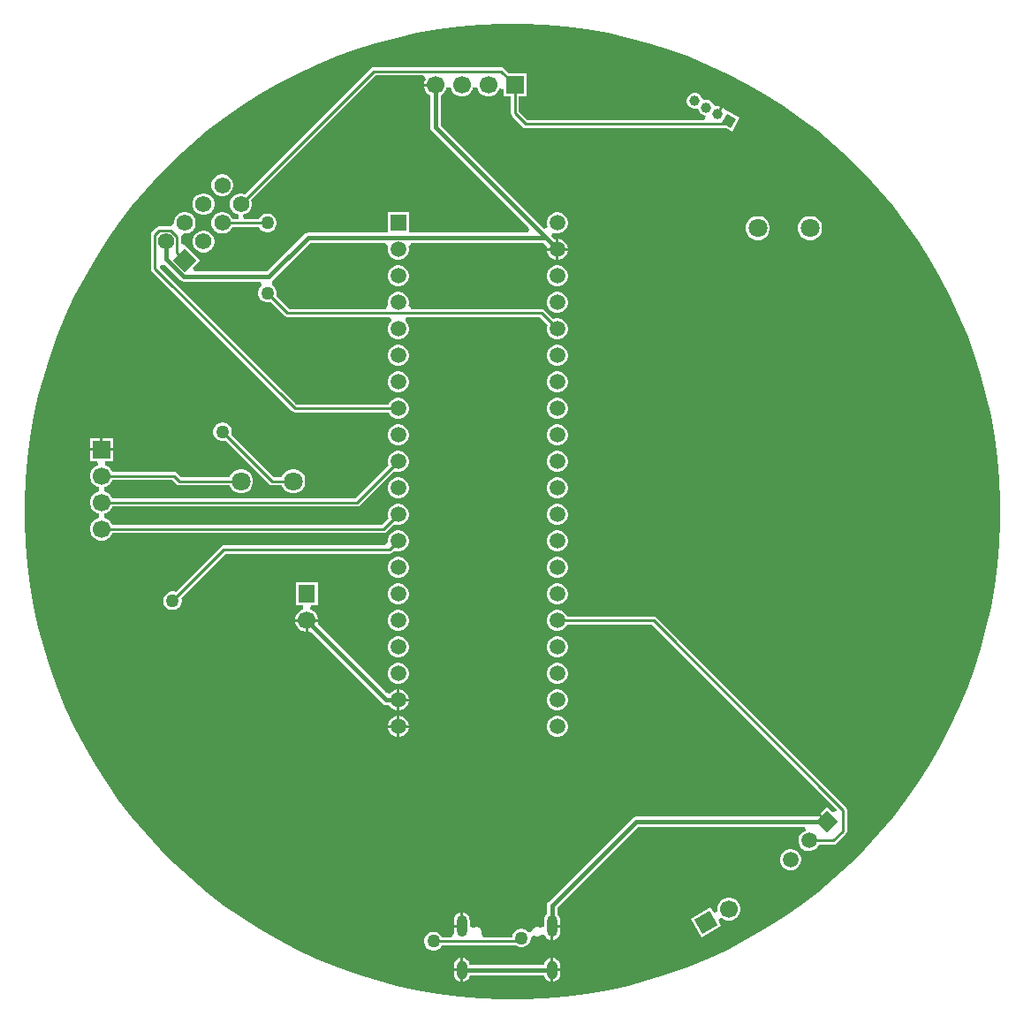
<source format=gbl>
G04*
G04 #@! TF.GenerationSoftware,Altium Limited,Altium Designer,24.6.1 (21)*
G04*
G04 Layer_Physical_Order=2*
G04 Layer_Color=16711680*
%FSLAX25Y25*%
%MOIN*%
G70*
G04*
G04 #@! TF.SameCoordinates,C93C9CB5-FBF7-4B20-BE99-6934CCFB3FDC*
G04*
G04*
G04 #@! TF.FilePolarity,Positive*
G04*
G01*
G75*
%ADD11C,0.01000*%
%ADD63C,0.01800*%
%ADD64R,0.06693X0.06693*%
%ADD65C,0.06693*%
%ADD66R,0.06693X0.06693*%
G04:AMPARAMS|DCode=67|XSize=66.93mil|YSize=62mil|CornerRadius=0mil|HoleSize=0mil|Usage=FLASHONLY|Rotation=30.000|XOffset=0mil|YOffset=0mil|HoleType=Round|Shape=Rectangle|*
%AMROTATEDRECTD67*
4,1,4,-0.01348,-0.04358,-0.04448,0.01011,0.01348,0.04358,0.04448,-0.01011,-0.01348,-0.04358,0.0*
%
%ADD67ROTATEDRECTD67*%

%ADD68C,0.05906*%
%ADD69P,0.08352X4X91.0*%
%ADD70O,0.03937X0.08268*%
%ADD71O,0.03937X0.07087*%
%ADD72C,0.07087*%
%ADD73P,0.05568X4X195.0*%
%ADD74C,0.03937*%
%ADD75P,0.08768X4X90.0*%
%ADD76C,0.06200*%
%ADD77R,0.05906X0.05906*%
%ADD78R,0.06200X0.06693*%
%ADD79C,0.05000*%
G36*
X12042Y183718D02*
X20044Y183017D01*
X28008Y181969D01*
X35918Y180574D01*
X43761Y178835D01*
X51520Y176756D01*
X59181Y174341D01*
X66729Y171594D01*
X74150Y168520D01*
X81431Y165125D01*
X88556Y161416D01*
X95512Y157399D01*
X102287Y153083D01*
X108867Y148476D01*
X115240Y143586D01*
X121393Y138423D01*
X127316Y132996D01*
X132996Y127316D01*
X138423Y121393D01*
X143586Y115240D01*
X148476Y108867D01*
X153083Y102287D01*
X157399Y95512D01*
X161416Y88556D01*
X165125Y81431D01*
X168520Y74150D01*
X171594Y66729D01*
X174341Y59181D01*
X176756Y51520D01*
X178835Y43761D01*
X180574Y35918D01*
X181969Y28008D01*
X183017Y20044D01*
X183718Y12042D01*
X184068Y4016D01*
Y0D01*
Y-4016D01*
X183718Y-12042D01*
X183017Y-20044D01*
X181969Y-28008D01*
X180574Y-35918D01*
X178835Y-43761D01*
X176756Y-51520D01*
X174341Y-59181D01*
X171594Y-66729D01*
X168520Y-74150D01*
X165125Y-81431D01*
X161416Y-88556D01*
X157399Y-95512D01*
X153083Y-102287D01*
X148476Y-108867D01*
X143586Y-115240D01*
X138423Y-121393D01*
X132996Y-127316D01*
X127316Y-132996D01*
X121393Y-138423D01*
X115240Y-143586D01*
X108867Y-148476D01*
X102287Y-153083D01*
X95512Y-157399D01*
X88556Y-161416D01*
X81431Y-165125D01*
X74150Y-168520D01*
X66729Y-171594D01*
X59181Y-174341D01*
X51520Y-176756D01*
X43761Y-178835D01*
X35918Y-180574D01*
X28008Y-181969D01*
X20044Y-183017D01*
X12042Y-183718D01*
X4016Y-184068D01*
X-4016D01*
X-12042Y-183718D01*
X-20044Y-183017D01*
X-28008Y-181969D01*
X-35918Y-180574D01*
X-43761Y-178835D01*
X-51520Y-176756D01*
X-59181Y-174341D01*
X-66729Y-171594D01*
X-74150Y-168520D01*
X-81431Y-165125D01*
X-88556Y-161416D01*
X-95512Y-157399D01*
X-102287Y-153083D01*
X-108867Y-148476D01*
X-115240Y-143586D01*
X-121393Y-138423D01*
X-127316Y-132996D01*
X-132996Y-127316D01*
X-138423Y-121393D01*
X-143586Y-115240D01*
X-148476Y-108867D01*
X-153083Y-102287D01*
X-157399Y-95512D01*
X-161416Y-88556D01*
X-165125Y-81431D01*
X-168520Y-74150D01*
X-171594Y-66729D01*
X-174341Y-59181D01*
X-176756Y-51520D01*
X-178835Y-43761D01*
X-180574Y-35918D01*
X-181969Y-28008D01*
X-183017Y-20044D01*
X-183718Y-12042D01*
X-184068Y-4016D01*
Y0D01*
Y4016D01*
X-183718Y12042D01*
X-183017Y20044D01*
X-181969Y28008D01*
X-180574Y35918D01*
X-178835Y43761D01*
X-176756Y51520D01*
X-174341Y59181D01*
X-171594Y66729D01*
X-168520Y74150D01*
X-165125Y81431D01*
X-161416Y88556D01*
X-157399Y95512D01*
X-153083Y102287D01*
X-148476Y108867D01*
X-143586Y115240D01*
X-138423Y121393D01*
X-132996Y127316D01*
X-127316Y132996D01*
X-121393Y138423D01*
X-115240Y143586D01*
X-108867Y148476D01*
X-102287Y153083D01*
X-95512Y157399D01*
X-88556Y161416D01*
X-81431Y165125D01*
X-74150Y168520D01*
X-66729Y171594D01*
X-59181Y174341D01*
X-51520Y176756D01*
X-43761Y178835D01*
X-35918Y180574D01*
X-28008Y181969D01*
X-20044Y183017D01*
X-12042Y183718D01*
X-4016Y184068D01*
X4016D01*
X12042Y183718D01*
D02*
G37*
%LPC*%
G36*
X-4200Y167729D02*
X-52229D01*
X-52814Y167613D01*
X-53310Y167281D01*
X-100728Y119864D01*
X-100775Y119892D01*
X-101818Y120171D01*
X-102898D01*
X-103940Y119892D01*
X-104875Y119352D01*
X-105639Y118588D01*
X-106178Y117654D01*
X-106458Y116611D01*
Y115531D01*
X-106178Y114488D01*
X-105639Y113554D01*
X-104875Y112790D01*
X-103940Y112250D01*
X-103115Y112029D01*
X-103313Y110529D01*
X-105594D01*
X-105608Y110582D01*
X-106148Y111518D01*
X-106912Y112281D01*
X-107846Y112821D01*
X-108889Y113100D01*
X-109969D01*
X-111012Y112821D01*
X-111946Y112281D01*
X-112710Y111518D01*
X-113250Y110582D01*
X-113529Y109540D01*
Y108460D01*
X-113250Y107418D01*
X-112710Y106483D01*
X-111946Y105719D01*
X-111012Y105179D01*
X-109969Y104900D01*
X-108889D01*
X-107846Y105179D01*
X-106912Y105719D01*
X-106148Y106483D01*
X-105608Y107418D01*
X-105594Y107471D01*
X-95561D01*
X-95204Y106851D01*
X-94552Y106199D01*
X-93754Y105738D01*
X-92864Y105500D01*
X-91942D01*
X-91052Y105738D01*
X-90254Y106199D01*
X-89602Y106851D01*
X-89141Y107649D01*
X-88903Y108539D01*
Y109461D01*
X-89141Y110351D01*
X-89602Y111149D01*
X-90254Y111801D01*
X-91052Y112261D01*
X-91942Y112500D01*
X-92864D01*
X-93754Y112261D01*
X-94552Y111801D01*
X-95204Y111149D01*
X-95561Y110529D01*
X-101403D01*
X-101600Y112029D01*
X-100775Y112250D01*
X-99840Y112790D01*
X-99077Y113554D01*
X-98537Y114488D01*
X-98258Y115531D01*
Y116611D01*
X-98537Y117654D01*
X-98565Y117701D01*
X-51595Y164671D01*
X-33563D01*
X-33366Y164489D01*
X-32766Y163171D01*
X-33050Y162678D01*
X-33346Y161572D01*
Y161500D01*
X-29000D01*
Y160500D01*
X-33346D01*
Y160428D01*
X-33050Y159322D01*
X-32478Y158331D01*
X-31669Y157522D01*
X-30937Y157100D01*
Y145000D01*
X-30790Y144259D01*
X-30370Y143630D01*
X6537Y106723D01*
X5963Y105337D01*
X-39047D01*
Y112953D01*
X-46953D01*
Y105337D01*
X-77100D01*
X-77841Y105190D01*
X-78470Y104770D01*
X-92602Y90637D01*
X-120033D01*
X-120607Y92023D01*
X-117773Y94858D01*
X-123571Y100656D01*
X-123585Y100642D01*
X-124971Y101216D01*
Y103600D01*
X-124509Y104297D01*
X-124086Y104748D01*
X-123816Y104900D01*
X-123031D01*
X-121988Y105179D01*
X-121054Y105719D01*
X-120290Y106483D01*
X-119750Y107418D01*
X-119471Y108460D01*
Y109540D01*
X-119750Y110582D01*
X-120290Y111518D01*
X-121054Y112281D01*
X-121988Y112821D01*
X-123031Y113100D01*
X-124111D01*
X-125154Y112821D01*
X-126089Y112281D01*
X-126852Y111518D01*
X-127392Y110582D01*
X-127671Y109540D01*
Y108778D01*
X-127799Y108560D01*
X-128342Y108041D01*
X-129000Y107629D01*
X-133200D01*
X-133785Y107513D01*
X-134281Y107181D01*
X-135881Y105581D01*
X-136213Y105085D01*
X-136329Y104500D01*
Y91700D01*
X-136213Y91115D01*
X-135881Y90619D01*
X-83181Y37919D01*
X-82685Y37587D01*
X-82100Y37471D01*
X-46681D01*
X-46163Y36573D01*
X-45427Y35837D01*
X-44526Y35317D01*
X-43520Y35047D01*
X-42480D01*
X-41474Y35317D01*
X-40573Y35837D01*
X-39837Y36573D01*
X-39317Y37474D01*
X-39047Y38480D01*
Y39520D01*
X-39317Y40526D01*
X-39837Y41427D01*
X-40573Y42163D01*
X-41474Y42683D01*
X-42480Y42953D01*
X-43520D01*
X-44526Y42683D01*
X-45427Y42163D01*
X-46163Y41427D01*
X-46681Y40529D01*
X-81467D01*
X-132909Y91971D01*
X-132841Y92852D01*
X-131294Y93412D01*
X-125212Y87330D01*
X-124583Y86910D01*
X-123842Y86763D01*
X-95020D01*
X-94596Y85439D01*
X-94590Y85263D01*
X-95204Y84649D01*
X-95664Y83851D01*
X-95903Y82961D01*
Y82039D01*
X-95664Y81149D01*
X-95204Y80351D01*
X-94552Y79699D01*
X-93754Y79238D01*
X-92864Y79000D01*
X-91942D01*
X-91251Y79185D01*
X-85984Y73919D01*
X-85488Y73587D01*
X-84903Y73471D01*
X-46162D01*
X-45763Y72760D01*
X-45619Y71971D01*
X-46163Y71427D01*
X-46683Y70526D01*
X-46953Y69520D01*
Y68480D01*
X-46683Y67474D01*
X-46163Y66573D01*
X-45427Y65837D01*
X-44526Y65317D01*
X-43520Y65047D01*
X-42480D01*
X-41474Y65317D01*
X-40573Y65837D01*
X-39837Y66573D01*
X-39317Y67474D01*
X-39047Y68480D01*
Y69520D01*
X-39317Y70526D01*
X-39837Y71427D01*
X-40381Y71971D01*
X-40237Y72760D01*
X-39838Y73471D01*
X10367D01*
X13316Y70522D01*
X13047Y69520D01*
Y68480D01*
X13317Y67474D01*
X13837Y66573D01*
X14573Y65837D01*
X15474Y65317D01*
X16480Y65047D01*
X17520D01*
X18526Y65317D01*
X19427Y65837D01*
X20163Y66573D01*
X20683Y67474D01*
X20953Y68480D01*
Y69520D01*
X20683Y70526D01*
X20163Y71427D01*
X19427Y72163D01*
X18526Y72683D01*
X17520Y72953D01*
X16480D01*
X15478Y72685D01*
X12081Y76081D01*
X11585Y76413D01*
X11000Y76529D01*
X-38130D01*
X-38437Y76774D01*
X-39168Y78029D01*
X-39047Y78480D01*
Y79520D01*
X-39317Y80526D01*
X-39837Y81427D01*
X-40573Y82163D01*
X-41474Y82683D01*
X-42480Y82953D01*
X-43520D01*
X-44526Y82683D01*
X-45427Y82163D01*
X-46163Y81427D01*
X-46683Y80526D01*
X-46953Y79520D01*
Y78480D01*
X-46832Y78029D01*
X-47563Y76774D01*
X-47870Y76529D01*
X-84269D01*
X-89088Y81348D01*
X-88903Y82039D01*
Y82961D01*
X-89141Y83851D01*
X-89602Y84649D01*
X-90254Y85301D01*
X-90640Y85523D01*
X-90718Y85782D01*
X-90740Y86839D01*
X-90638Y87191D01*
X-90430Y87330D01*
X-76298Y101463D01*
X-47874D01*
X-47572Y101225D01*
X-46834Y99963D01*
X-46953Y99520D01*
Y98480D01*
X-46683Y97474D01*
X-46163Y96573D01*
X-45427Y95837D01*
X-44526Y95317D01*
X-43520Y95047D01*
X-42480D01*
X-41474Y95317D01*
X-40573Y95837D01*
X-39837Y96573D01*
X-39317Y97474D01*
X-39047Y98480D01*
Y99520D01*
X-39166Y99963D01*
X-38428Y101225D01*
X-38126Y101463D01*
X11798D01*
X13194Y100067D01*
X13047Y99520D01*
Y99500D01*
X16500D01*
Y102953D01*
X16480D01*
X15933Y102806D01*
X14719Y104021D01*
X15474Y105317D01*
X16480Y105047D01*
X17520D01*
X18526Y105317D01*
X19427Y105837D01*
X20163Y106573D01*
X20683Y107474D01*
X20953Y108480D01*
Y109520D01*
X20683Y110526D01*
X20163Y111427D01*
X19427Y112163D01*
X18526Y112683D01*
X17520Y112953D01*
X16480D01*
X15474Y112683D01*
X14573Y112163D01*
X13837Y111427D01*
X13317Y110526D01*
X13047Y109520D01*
Y108480D01*
X13317Y107474D01*
X12021Y106719D01*
X-27063Y145802D01*
Y157100D01*
X-26331Y157522D01*
X-25522Y158331D01*
X-24950Y159322D01*
X-24777Y159969D01*
X-23223D01*
X-23050Y159322D01*
X-22478Y158331D01*
X-21669Y157522D01*
X-20678Y156950D01*
X-19572Y156653D01*
X-18428D01*
X-17322Y156950D01*
X-16331Y157522D01*
X-15522Y158331D01*
X-14950Y159322D01*
X-14776Y159969D01*
X-13224D01*
X-13050Y159322D01*
X-12478Y158331D01*
X-11669Y157522D01*
X-10678Y156950D01*
X-9572Y156653D01*
X-8428D01*
X-7322Y156950D01*
X-6331Y157522D01*
X-5522Y158331D01*
X-4950Y159322D01*
X-4846Y159708D01*
X-3347Y159510D01*
Y156653D01*
X-529D01*
Y150300D01*
X-413Y149715D01*
X-81Y149219D01*
X3918Y145219D01*
X4415Y144887D01*
X5000Y144771D01*
X80621D01*
X82917Y143445D01*
X85885Y148587D01*
X80744Y151555D01*
D01*
X79426Y152272D01*
X79403Y152295D01*
X77933Y149750D01*
X77067Y150250D01*
X78537Y152796D01*
X77891Y152969D01*
X77109D01*
X76289Y152903D01*
X75936Y153646D01*
X75545Y154323D01*
X74993Y154875D01*
X74316Y155266D01*
X73561Y155468D01*
X72779D01*
X71959Y155403D01*
X71606Y156146D01*
X71215Y156823D01*
X70662Y157375D01*
X69986Y157766D01*
X69231Y157968D01*
X68449D01*
X67694Y157766D01*
X67017Y157375D01*
X66464Y156823D01*
X66074Y156146D01*
X65871Y155391D01*
Y154609D01*
X66074Y153854D01*
X66464Y153177D01*
X67017Y152625D01*
X67694Y152234D01*
X68449Y152032D01*
X69231D01*
X70051Y152097D01*
X70404Y151354D01*
X70794Y150677D01*
X71347Y150125D01*
X72024Y149734D01*
X72779Y149531D01*
X73003D01*
X73152Y149329D01*
X72396Y147829D01*
X5633D01*
X2529Y150934D01*
Y156653D01*
X5347D01*
Y165347D01*
X-1184D01*
X-3119Y167281D01*
X-3615Y167613D01*
X-4200Y167729D01*
D02*
G37*
G36*
X-108889Y127242D02*
X-109969D01*
X-111012Y126963D01*
X-111946Y126423D01*
X-112710Y125660D01*
X-113250Y124725D01*
X-113529Y123682D01*
Y122602D01*
X-113250Y121560D01*
X-112710Y120625D01*
X-111946Y119861D01*
X-111012Y119322D01*
X-109969Y119042D01*
X-108889D01*
X-107846Y119322D01*
X-106912Y119861D01*
X-106148Y120625D01*
X-105608Y121560D01*
X-105329Y122602D01*
Y123682D01*
X-105608Y124725D01*
X-106148Y125660D01*
X-106912Y126423D01*
X-107846Y126963D01*
X-108889Y127242D01*
D02*
G37*
G36*
X-115960Y120171D02*
X-117040D01*
X-118082Y119892D01*
X-119018Y119352D01*
X-119781Y118588D01*
X-120321Y117654D01*
X-120600Y116611D01*
Y115531D01*
X-120321Y114488D01*
X-119781Y113554D01*
X-119018Y112790D01*
X-118082Y112250D01*
X-117040Y111971D01*
X-115960D01*
X-114918Y112250D01*
X-113982Y112790D01*
X-113219Y113554D01*
X-112679Y114488D01*
X-112400Y115531D01*
Y116611D01*
X-112679Y117654D01*
X-113219Y118588D01*
X-113982Y119352D01*
X-114918Y119892D01*
X-115960Y120171D01*
D02*
G37*
G36*
X112941Y111543D02*
X111744D01*
X110589Y111234D01*
X109553Y110635D01*
X108707Y109790D01*
X108109Y108754D01*
X107799Y107598D01*
Y106402D01*
X108109Y105246D01*
X108707Y104210D01*
X109553Y103365D01*
X110589Y102766D01*
X111744Y102457D01*
X112941D01*
X114096Y102766D01*
X115132Y103365D01*
X115978Y104210D01*
X116576Y105246D01*
X116886Y106402D01*
Y107598D01*
X116576Y108754D01*
X115978Y109790D01*
X115132Y110635D01*
X114096Y111234D01*
X112941Y111543D01*
D02*
G37*
G36*
X93256D02*
X92059D01*
X90904Y111234D01*
X89868Y110635D01*
X89022Y109790D01*
X88424Y108754D01*
X88114Y107598D01*
Y106402D01*
X88424Y105246D01*
X89022Y104210D01*
X89868Y103365D01*
X90904Y102766D01*
X92059Y102457D01*
X93256D01*
X94411Y102766D01*
X95447Y103365D01*
X96293Y104210D01*
X96891Y105246D01*
X97201Y106402D01*
Y107598D01*
X96891Y108754D01*
X96293Y109790D01*
X95447Y110635D01*
X94411Y111234D01*
X93256Y111543D01*
D02*
G37*
G36*
X17520Y102953D02*
X17500D01*
Y99500D01*
X20953D01*
Y99520D01*
X20683Y100526D01*
X20163Y101427D01*
X19427Y102163D01*
X18526Y102683D01*
X17520Y102953D01*
D02*
G37*
G36*
X-115960Y106029D02*
X-117040D01*
X-118082Y105750D01*
X-119018Y105210D01*
X-119781Y104446D01*
X-120321Y103512D01*
X-120600Y102469D01*
Y101389D01*
X-120321Y100347D01*
X-119781Y99411D01*
X-119018Y98648D01*
X-118082Y98108D01*
X-117040Y97829D01*
X-115960D01*
X-114918Y98108D01*
X-113982Y98648D01*
X-113219Y99411D01*
X-112679Y100347D01*
X-112400Y101389D01*
Y102469D01*
X-112679Y103512D01*
X-113219Y104446D01*
X-113982Y105210D01*
X-114918Y105750D01*
X-115960Y106029D01*
D02*
G37*
G36*
X20953Y98500D02*
X17500D01*
Y95047D01*
X17520D01*
X18526Y95317D01*
X19427Y95837D01*
X20163Y96573D01*
X20683Y97474D01*
X20953Y98480D01*
Y98500D01*
D02*
G37*
G36*
X16500D02*
X13047D01*
Y98480D01*
X13317Y97474D01*
X13837Y96573D01*
X14573Y95837D01*
X15474Y95317D01*
X16480Y95047D01*
X16500D01*
Y98500D01*
D02*
G37*
G36*
X17520Y92953D02*
X16480D01*
X15474Y92683D01*
X14573Y92163D01*
X13837Y91427D01*
X13317Y90526D01*
X13047Y89520D01*
Y88480D01*
X13317Y87474D01*
X13837Y86573D01*
X14573Y85837D01*
X15474Y85317D01*
X16480Y85047D01*
X17520D01*
X18526Y85317D01*
X19427Y85837D01*
X20163Y86573D01*
X20683Y87474D01*
X20953Y88480D01*
Y89520D01*
X20683Y90526D01*
X20163Y91427D01*
X19427Y92163D01*
X18526Y92683D01*
X17520Y92953D01*
D02*
G37*
G36*
X-42480D02*
X-43520D01*
X-44526Y92683D01*
X-45427Y92163D01*
X-46163Y91427D01*
X-46683Y90526D01*
X-46953Y89520D01*
Y88480D01*
X-46683Y87474D01*
X-46163Y86573D01*
X-45427Y85837D01*
X-44526Y85317D01*
X-43520Y85047D01*
X-42480D01*
X-41474Y85317D01*
X-40573Y85837D01*
X-39837Y86573D01*
X-39317Y87474D01*
X-39047Y88480D01*
Y89520D01*
X-39317Y90526D01*
X-39837Y91427D01*
X-40573Y92163D01*
X-41474Y92683D01*
X-42480Y92953D01*
D02*
G37*
G36*
X17520Y82953D02*
X16480D01*
X15474Y82683D01*
X14573Y82163D01*
X13837Y81427D01*
X13317Y80526D01*
X13047Y79520D01*
Y78480D01*
X13317Y77474D01*
X13837Y76573D01*
X14573Y75837D01*
X15474Y75317D01*
X16480Y75047D01*
X17520D01*
X18526Y75317D01*
X19427Y75837D01*
X20163Y76573D01*
X20683Y77474D01*
X20953Y78480D01*
Y79520D01*
X20683Y80526D01*
X20163Y81427D01*
X19427Y82163D01*
X18526Y82683D01*
X17520Y82953D01*
D02*
G37*
G36*
Y62953D02*
X16480D01*
X15474Y62683D01*
X14573Y62163D01*
X13837Y61427D01*
X13317Y60526D01*
X13047Y59520D01*
Y58480D01*
X13317Y57474D01*
X13837Y56573D01*
X14573Y55837D01*
X15474Y55317D01*
X16480Y55047D01*
X17520D01*
X18526Y55317D01*
X19427Y55837D01*
X20163Y56573D01*
X20683Y57474D01*
X20953Y58480D01*
Y59520D01*
X20683Y60526D01*
X20163Y61427D01*
X19427Y62163D01*
X18526Y62683D01*
X17520Y62953D01*
D02*
G37*
G36*
X-42480D02*
X-43520D01*
X-44526Y62683D01*
X-45427Y62163D01*
X-46163Y61427D01*
X-46683Y60526D01*
X-46953Y59520D01*
Y58480D01*
X-46683Y57474D01*
X-46163Y56573D01*
X-45427Y55837D01*
X-44526Y55317D01*
X-43520Y55047D01*
X-42480D01*
X-41474Y55317D01*
X-40573Y55837D01*
X-39837Y56573D01*
X-39317Y57474D01*
X-39047Y58480D01*
Y59520D01*
X-39317Y60526D01*
X-39837Y61427D01*
X-40573Y62163D01*
X-41474Y62683D01*
X-42480Y62953D01*
D02*
G37*
G36*
X17520Y52953D02*
X16480D01*
X15474Y52683D01*
X14573Y52163D01*
X13837Y51427D01*
X13317Y50526D01*
X13047Y49520D01*
Y48480D01*
X13317Y47474D01*
X13837Y46573D01*
X14573Y45837D01*
X15474Y45317D01*
X16480Y45047D01*
X17520D01*
X18526Y45317D01*
X19427Y45837D01*
X20163Y46573D01*
X20683Y47474D01*
X20953Y48480D01*
Y49520D01*
X20683Y50526D01*
X20163Y51427D01*
X19427Y52163D01*
X18526Y52683D01*
X17520Y52953D01*
D02*
G37*
G36*
X-42480D02*
X-43520D01*
X-44526Y52683D01*
X-45427Y52163D01*
X-46163Y51427D01*
X-46683Y50526D01*
X-46953Y49520D01*
Y48480D01*
X-46683Y47474D01*
X-46163Y46573D01*
X-45427Y45837D01*
X-44526Y45317D01*
X-43520Y45047D01*
X-42480D01*
X-41474Y45317D01*
X-40573Y45837D01*
X-39837Y46573D01*
X-39317Y47474D01*
X-39047Y48480D01*
Y49520D01*
X-39317Y50526D01*
X-39837Y51427D01*
X-40573Y52163D01*
X-41474Y52683D01*
X-42480Y52953D01*
D02*
G37*
G36*
X17520Y42953D02*
X16480D01*
X15474Y42683D01*
X14573Y42163D01*
X13837Y41427D01*
X13317Y40526D01*
X13047Y39520D01*
Y38480D01*
X13317Y37474D01*
X13837Y36573D01*
X14573Y35837D01*
X15474Y35317D01*
X16480Y35047D01*
X17520D01*
X18526Y35317D01*
X19427Y35837D01*
X20163Y36573D01*
X20683Y37474D01*
X20953Y38480D01*
Y39520D01*
X20683Y40526D01*
X20163Y41427D01*
X19427Y42163D01*
X18526Y42683D01*
X17520Y42953D01*
D02*
G37*
G36*
Y32953D02*
X16480D01*
X15474Y32683D01*
X14573Y32163D01*
X13837Y31427D01*
X13317Y30526D01*
X13047Y29520D01*
Y28480D01*
X13317Y27474D01*
X13837Y26573D01*
X14573Y25837D01*
X15474Y25317D01*
X16480Y25047D01*
X17520D01*
X18526Y25317D01*
X19427Y25837D01*
X20163Y26573D01*
X20683Y27474D01*
X20953Y28480D01*
Y29520D01*
X20683Y30526D01*
X20163Y31427D01*
X19427Y32163D01*
X18526Y32683D01*
X17520Y32953D01*
D02*
G37*
G36*
X-42480D02*
X-43520D01*
X-44526Y32683D01*
X-45427Y32163D01*
X-46163Y31427D01*
X-46683Y30526D01*
X-46953Y29520D01*
Y28480D01*
X-46683Y27474D01*
X-46163Y26573D01*
X-45427Y25837D01*
X-44526Y25317D01*
X-43520Y25047D01*
X-42480D01*
X-41474Y25317D01*
X-40573Y25837D01*
X-39837Y26573D01*
X-39317Y27474D01*
X-39047Y28480D01*
Y29520D01*
X-39317Y30526D01*
X-39837Y31427D01*
X-40573Y32163D01*
X-41474Y32683D01*
X-42480Y32953D01*
D02*
G37*
G36*
X-150654Y27846D02*
X-154500D01*
Y24000D01*
X-150654D01*
Y27846D01*
D02*
G37*
G36*
X-155500D02*
X-159346D01*
Y24000D01*
X-155500D01*
Y27846D01*
D02*
G37*
G36*
X17520Y22953D02*
X16480D01*
X15474Y22683D01*
X14573Y22163D01*
X13837Y21427D01*
X13317Y20526D01*
X13047Y19520D01*
Y18480D01*
X13317Y17474D01*
X13837Y16573D01*
X14573Y15837D01*
X15474Y15317D01*
X16480Y15047D01*
X17520D01*
X18526Y15317D01*
X19427Y15837D01*
X20163Y16573D01*
X20683Y17474D01*
X20953Y18480D01*
Y19520D01*
X20683Y20526D01*
X20163Y21427D01*
X19427Y22163D01*
X18526Y22683D01*
X17520Y22953D01*
D02*
G37*
G36*
X-150654Y23000D02*
X-155000D01*
X-159346D01*
Y19154D01*
X-156490D01*
X-156292Y17654D01*
X-156678Y17550D01*
X-157669Y16978D01*
X-158478Y16169D01*
X-159050Y15178D01*
X-159346Y14072D01*
Y12928D01*
X-159050Y11822D01*
X-158478Y10831D01*
X-157669Y10022D01*
X-156678Y9450D01*
X-156031Y9277D01*
Y7723D01*
X-156678Y7550D01*
X-157669Y6978D01*
X-158478Y6169D01*
X-159050Y5178D01*
X-159346Y4072D01*
Y2928D01*
X-159050Y1822D01*
X-158478Y831D01*
X-157669Y22D01*
X-156678Y-550D01*
X-156031Y-723D01*
Y-2276D01*
X-156678Y-2450D01*
X-157669Y-3022D01*
X-158478Y-3831D01*
X-159050Y-4822D01*
X-159346Y-5928D01*
Y-7072D01*
X-159050Y-8178D01*
X-158478Y-9169D01*
X-157669Y-9978D01*
X-156678Y-10550D01*
X-155572Y-10847D01*
X-154428D01*
X-153322Y-10550D01*
X-152331Y-9978D01*
X-151522Y-9169D01*
X-150950Y-8178D01*
X-150910Y-8029D01*
X-48500D01*
X-47915Y-7913D01*
X-47419Y-7581D01*
X-44522Y-4685D01*
X-43520Y-4953D01*
X-42480D01*
X-41474Y-4683D01*
X-40573Y-4163D01*
X-39837Y-3427D01*
X-39317Y-2526D01*
X-39047Y-1520D01*
Y-480D01*
X-39317Y526D01*
X-39837Y1427D01*
X-40573Y2163D01*
X-41474Y2683D01*
X-42480Y2953D01*
X-43520D01*
X-44526Y2683D01*
X-45427Y2163D01*
X-46163Y1427D01*
X-46683Y526D01*
X-46953Y-480D01*
Y-1520D01*
X-46685Y-2522D01*
X-49134Y-4971D01*
X-150910D01*
X-150950Y-4822D01*
X-151522Y-3831D01*
X-152331Y-3022D01*
X-153322Y-2450D01*
X-153969Y-2276D01*
Y-723D01*
X-153322Y-550D01*
X-152331Y22D01*
X-151522Y831D01*
X-150950Y1822D01*
X-150910Y1971D01*
X-58500D01*
X-57915Y2087D01*
X-57419Y2419D01*
X-44522Y15315D01*
X-43520Y15047D01*
X-42480D01*
X-41474Y15317D01*
X-40573Y15837D01*
X-39837Y16573D01*
X-39317Y17474D01*
X-39047Y18480D01*
Y19520D01*
X-39317Y20526D01*
X-39837Y21427D01*
X-40573Y22163D01*
X-41474Y22683D01*
X-42480Y22953D01*
X-43520D01*
X-44526Y22683D01*
X-45427Y22163D01*
X-46163Y21427D01*
X-46683Y20526D01*
X-46953Y19520D01*
Y18480D01*
X-46685Y17478D01*
X-59133Y5029D01*
X-150910D01*
X-150950Y5178D01*
X-151522Y6169D01*
X-152331Y6978D01*
X-153322Y7550D01*
X-153969Y7723D01*
Y9277D01*
X-153322Y9450D01*
X-152331Y10022D01*
X-151522Y10831D01*
X-150950Y11822D01*
X-150910Y11971D01*
X-128333D01*
X-126781Y10419D01*
X-126285Y10087D01*
X-125700Y9971D01*
X-106636D01*
X-106576Y9746D01*
X-105978Y8710D01*
X-105132Y7864D01*
X-104096Y7266D01*
X-102940Y6957D01*
X-101744D01*
X-100589Y7266D01*
X-99553Y7864D01*
X-98707Y8710D01*
X-98109Y9746D01*
X-97799Y10902D01*
Y12098D01*
X-98109Y13254D01*
X-98707Y14290D01*
X-99553Y15135D01*
X-100589Y15734D01*
X-101744Y16043D01*
X-102940D01*
X-104096Y15734D01*
X-105132Y15135D01*
X-105978Y14290D01*
X-106576Y13254D01*
X-106636Y13029D01*
X-125066D01*
X-126619Y14581D01*
X-127115Y14913D01*
X-127700Y15029D01*
X-150910D01*
X-150950Y15178D01*
X-151522Y16169D01*
X-152331Y16978D01*
X-153322Y17550D01*
X-153708Y17654D01*
X-153510Y19154D01*
X-150654D01*
Y23000D01*
D02*
G37*
G36*
X-108839Y33700D02*
X-109761D01*
X-110651Y33461D01*
X-111449Y33001D01*
X-112101Y32349D01*
X-112562Y31551D01*
X-112800Y30661D01*
Y29739D01*
X-112562Y28849D01*
X-112101Y28051D01*
X-111449Y27399D01*
X-110651Y26939D01*
X-109761Y26700D01*
X-108839D01*
X-108148Y26885D01*
X-91681Y10419D01*
X-91185Y10087D01*
X-90600Y9971D01*
X-86951D01*
X-86891Y9746D01*
X-86293Y8710D01*
X-85447Y7864D01*
X-84411Y7266D01*
X-83255Y6957D01*
X-82059D01*
X-80904Y7266D01*
X-79868Y7864D01*
X-79022Y8710D01*
X-78424Y9746D01*
X-78114Y10902D01*
Y12098D01*
X-78424Y13254D01*
X-79022Y14290D01*
X-79868Y15135D01*
X-80904Y15734D01*
X-82059Y16043D01*
X-83255D01*
X-84411Y15734D01*
X-85447Y15135D01*
X-86293Y14290D01*
X-86891Y13254D01*
X-86951Y13029D01*
X-89966D01*
X-105985Y29048D01*
X-105800Y29739D01*
Y30661D01*
X-106038Y31551D01*
X-106499Y32349D01*
X-107151Y33001D01*
X-107949Y33461D01*
X-108839Y33700D01*
D02*
G37*
G36*
X17520Y12953D02*
X16480D01*
X15474Y12683D01*
X14573Y12163D01*
X13837Y11427D01*
X13317Y10526D01*
X13047Y9520D01*
Y8480D01*
X13317Y7474D01*
X13837Y6573D01*
X14573Y5837D01*
X15474Y5317D01*
X16480Y5047D01*
X17520D01*
X18526Y5317D01*
X19427Y5837D01*
X20163Y6573D01*
X20683Y7474D01*
X20953Y8480D01*
Y9520D01*
X20683Y10526D01*
X20163Y11427D01*
X19427Y12163D01*
X18526Y12683D01*
X17520Y12953D01*
D02*
G37*
G36*
X-42480D02*
X-43520D01*
X-44526Y12683D01*
X-45427Y12163D01*
X-46163Y11427D01*
X-46683Y10526D01*
X-46953Y9520D01*
Y8480D01*
X-46683Y7474D01*
X-46163Y6573D01*
X-45427Y5837D01*
X-44526Y5317D01*
X-43520Y5047D01*
X-42480D01*
X-41474Y5317D01*
X-40573Y5837D01*
X-39837Y6573D01*
X-39317Y7474D01*
X-39047Y8480D01*
Y9520D01*
X-39317Y10526D01*
X-39837Y11427D01*
X-40573Y12163D01*
X-41474Y12683D01*
X-42480Y12953D01*
D02*
G37*
G36*
X17520Y2953D02*
X16480D01*
X15474Y2683D01*
X14573Y2163D01*
X13837Y1427D01*
X13317Y526D01*
X13047Y-480D01*
Y-1520D01*
X13317Y-2526D01*
X13837Y-3427D01*
X14573Y-4163D01*
X15474Y-4683D01*
X16480Y-4953D01*
X17520D01*
X18526Y-4683D01*
X19427Y-4163D01*
X20163Y-3427D01*
X20683Y-2526D01*
X20953Y-1520D01*
Y-480D01*
X20683Y526D01*
X20163Y1427D01*
X19427Y2163D01*
X18526Y2683D01*
X17520Y2953D01*
D02*
G37*
G36*
Y-7047D02*
X16480D01*
X15474Y-7317D01*
X14573Y-7837D01*
X13837Y-8573D01*
X13317Y-9474D01*
X13047Y-10480D01*
Y-11520D01*
X13317Y-12526D01*
X13837Y-13427D01*
X14573Y-14163D01*
X15474Y-14683D01*
X16480Y-14953D01*
X17520D01*
X18526Y-14683D01*
X19427Y-14163D01*
X20163Y-13427D01*
X20683Y-12526D01*
X20953Y-11520D01*
Y-10480D01*
X20683Y-9474D01*
X20163Y-8573D01*
X19427Y-7837D01*
X18526Y-7317D01*
X17520Y-7047D01*
D02*
G37*
G36*
X-42480D02*
X-43520D01*
X-44526Y-7317D01*
X-45427Y-7837D01*
X-46163Y-8573D01*
X-46683Y-9474D01*
X-46953Y-10480D01*
Y-11520D01*
X-48171Y-12771D01*
X-108880D01*
X-109465Y-12887D01*
X-109961Y-13219D01*
X-127028Y-30285D01*
X-127719Y-30100D01*
X-128640D01*
X-129531Y-30338D01*
X-130329Y-30799D01*
X-130980Y-31451D01*
X-131441Y-32249D01*
X-131680Y-33139D01*
Y-34061D01*
X-131441Y-34951D01*
X-130980Y-35749D01*
X-130329Y-36401D01*
X-129531Y-36862D01*
X-128640Y-37100D01*
X-127719D01*
X-126829Y-36862D01*
X-126031Y-36401D01*
X-125379Y-35749D01*
X-124918Y-34951D01*
X-124680Y-34061D01*
Y-33139D01*
X-124865Y-32448D01*
X-108246Y-15829D01*
X-46300D01*
X-45715Y-15713D01*
X-45219Y-15381D01*
X-44522Y-14684D01*
X-43520Y-14953D01*
X-42480D01*
X-41474Y-14683D01*
X-40573Y-14163D01*
X-39837Y-13427D01*
X-39317Y-12526D01*
X-39047Y-11520D01*
Y-10480D01*
X-39317Y-9474D01*
X-39837Y-8573D01*
X-40573Y-7837D01*
X-41474Y-7317D01*
X-42480Y-7047D01*
D02*
G37*
G36*
X17520Y-17047D02*
X16480D01*
X15474Y-17317D01*
X14573Y-17837D01*
X13837Y-18573D01*
X13317Y-19474D01*
X13047Y-20480D01*
Y-21520D01*
X13317Y-22526D01*
X13837Y-23427D01*
X14573Y-24163D01*
X15474Y-24683D01*
X16480Y-24953D01*
X17520D01*
X18526Y-24683D01*
X19427Y-24163D01*
X20163Y-23427D01*
X20683Y-22526D01*
X20953Y-21520D01*
Y-20480D01*
X20683Y-19474D01*
X20163Y-18573D01*
X19427Y-17837D01*
X18526Y-17317D01*
X17520Y-17047D01*
D02*
G37*
G36*
X-42480D02*
X-43520D01*
X-44526Y-17317D01*
X-45427Y-17837D01*
X-46163Y-18573D01*
X-46683Y-19474D01*
X-46953Y-20480D01*
Y-21520D01*
X-46683Y-22526D01*
X-46163Y-23427D01*
X-45427Y-24163D01*
X-44526Y-24683D01*
X-43520Y-24953D01*
X-42480D01*
X-41474Y-24683D01*
X-40573Y-24163D01*
X-39837Y-23427D01*
X-39317Y-22526D01*
X-39047Y-21520D01*
Y-20480D01*
X-39317Y-19474D01*
X-39837Y-18573D01*
X-40573Y-17837D01*
X-41474Y-17317D01*
X-42480Y-17047D01*
D02*
G37*
G36*
X17520Y-27047D02*
X16480D01*
X15474Y-27317D01*
X14573Y-27837D01*
X13837Y-28573D01*
X13317Y-29474D01*
X13047Y-30480D01*
Y-31520D01*
X13317Y-32526D01*
X13837Y-33427D01*
X14573Y-34163D01*
X15474Y-34683D01*
X16480Y-34953D01*
X17520D01*
X18526Y-34683D01*
X19427Y-34163D01*
X20163Y-33427D01*
X20683Y-32526D01*
X20953Y-31520D01*
Y-30480D01*
X20683Y-29474D01*
X20163Y-28573D01*
X19427Y-27837D01*
X18526Y-27317D01*
X17520Y-27047D01*
D02*
G37*
G36*
X-42480D02*
X-43520D01*
X-44526Y-27317D01*
X-45427Y-27837D01*
X-46163Y-28573D01*
X-46683Y-29474D01*
X-46953Y-30480D01*
Y-31520D01*
X-46683Y-32526D01*
X-46163Y-33427D01*
X-45427Y-34163D01*
X-44526Y-34683D01*
X-43520Y-34953D01*
X-42480D01*
X-41474Y-34683D01*
X-40573Y-34163D01*
X-39837Y-33427D01*
X-39317Y-32526D01*
X-39047Y-31520D01*
Y-30480D01*
X-39317Y-29474D01*
X-39837Y-28573D01*
X-40573Y-27837D01*
X-41474Y-27317D01*
X-42480Y-27047D01*
D02*
G37*
G36*
X-73400Y-26654D02*
X-81600D01*
Y-35346D01*
X-78990D01*
X-78792Y-36846D01*
X-79178Y-36950D01*
X-80169Y-37522D01*
X-80978Y-38331D01*
X-81550Y-39322D01*
X-81846Y-40428D01*
Y-40500D01*
X-77500D01*
X-73154D01*
Y-40428D01*
X-73450Y-39322D01*
X-74022Y-38331D01*
X-74831Y-37522D01*
X-75822Y-36950D01*
X-76208Y-36846D01*
X-76010Y-35346D01*
X-73400D01*
Y-26654D01*
D02*
G37*
G36*
X-42480Y-37047D02*
X-43520D01*
X-44526Y-37317D01*
X-45427Y-37837D01*
X-46163Y-38573D01*
X-46683Y-39474D01*
X-46953Y-40480D01*
Y-41520D01*
X-46683Y-42526D01*
X-46163Y-43427D01*
X-45427Y-44163D01*
X-44526Y-44683D01*
X-43520Y-44953D01*
X-42480D01*
X-41474Y-44683D01*
X-40573Y-44163D01*
X-39837Y-43427D01*
X-39317Y-42526D01*
X-39047Y-41520D01*
Y-40480D01*
X-39317Y-39474D01*
X-39837Y-38573D01*
X-40573Y-37837D01*
X-41474Y-37317D01*
X-42480Y-37047D01*
D02*
G37*
G36*
X-78000Y-41500D02*
X-81846D01*
Y-41572D01*
X-81550Y-42678D01*
X-80978Y-43669D01*
X-80169Y-44478D01*
X-79178Y-45050D01*
X-78072Y-45346D01*
X-78000D01*
Y-41500D01*
D02*
G37*
G36*
X17520Y-47047D02*
X16480D01*
X15474Y-47317D01*
X14573Y-47837D01*
X13837Y-48573D01*
X13317Y-49474D01*
X13047Y-50480D01*
Y-51520D01*
X13317Y-52526D01*
X13837Y-53427D01*
X14573Y-54163D01*
X15474Y-54683D01*
X16480Y-54953D01*
X17520D01*
X18526Y-54683D01*
X19427Y-54163D01*
X20163Y-53427D01*
X20683Y-52526D01*
X20953Y-51520D01*
Y-50480D01*
X20683Y-49474D01*
X20163Y-48573D01*
X19427Y-47837D01*
X18526Y-47317D01*
X17520Y-47047D01*
D02*
G37*
G36*
X-42480D02*
X-43520D01*
X-44526Y-47317D01*
X-45427Y-47837D01*
X-46163Y-48573D01*
X-46683Y-49474D01*
X-46953Y-50480D01*
Y-51520D01*
X-46683Y-52526D01*
X-46163Y-53427D01*
X-45427Y-54163D01*
X-44526Y-54683D01*
X-43520Y-54953D01*
X-42480D01*
X-41474Y-54683D01*
X-40573Y-54163D01*
X-39837Y-53427D01*
X-39317Y-52526D01*
X-39047Y-51520D01*
Y-50480D01*
X-39317Y-49474D01*
X-39837Y-48573D01*
X-40573Y-47837D01*
X-41474Y-47317D01*
X-42480Y-47047D01*
D02*
G37*
G36*
X17520Y-57047D02*
X16480D01*
X15474Y-57317D01*
X14573Y-57837D01*
X13837Y-58573D01*
X13317Y-59474D01*
X13047Y-60480D01*
Y-61520D01*
X13317Y-62526D01*
X13837Y-63427D01*
X14573Y-64163D01*
X15474Y-64683D01*
X16480Y-64953D01*
X17520D01*
X18526Y-64683D01*
X19427Y-64163D01*
X20163Y-63427D01*
X20683Y-62526D01*
X20953Y-61520D01*
Y-60480D01*
X20683Y-59474D01*
X20163Y-58573D01*
X19427Y-57837D01*
X18526Y-57317D01*
X17520Y-57047D01*
D02*
G37*
G36*
X-42480D02*
X-43520D01*
X-44526Y-57317D01*
X-45427Y-57837D01*
X-46163Y-58573D01*
X-46683Y-59474D01*
X-46953Y-60480D01*
Y-61520D01*
X-46683Y-62526D01*
X-46163Y-63427D01*
X-45427Y-64163D01*
X-44526Y-64683D01*
X-43520Y-64953D01*
X-42480D01*
X-41474Y-64683D01*
X-40573Y-64163D01*
X-39837Y-63427D01*
X-39317Y-62526D01*
X-39047Y-61520D01*
Y-60480D01*
X-39317Y-59474D01*
X-39837Y-58573D01*
X-40573Y-57837D01*
X-41474Y-57317D01*
X-42480Y-57047D01*
D02*
G37*
G36*
Y-67047D02*
X-42500D01*
Y-70500D01*
X-39047D01*
Y-70480D01*
X-39317Y-69474D01*
X-39837Y-68573D01*
X-40573Y-67837D01*
X-41474Y-67317D01*
X-42480Y-67047D01*
D02*
G37*
G36*
X17520D02*
X16480D01*
X15474Y-67317D01*
X14573Y-67837D01*
X13837Y-68573D01*
X13317Y-69474D01*
X13047Y-70480D01*
Y-71520D01*
X13317Y-72526D01*
X13837Y-73427D01*
X14573Y-74163D01*
X15474Y-74683D01*
X16480Y-74953D01*
X17520D01*
X18526Y-74683D01*
X19427Y-74163D01*
X20163Y-73427D01*
X20683Y-72526D01*
X20953Y-71520D01*
Y-70480D01*
X20683Y-69474D01*
X20163Y-68573D01*
X19427Y-67837D01*
X18526Y-67317D01*
X17520Y-67047D01*
D02*
G37*
G36*
X-39047Y-71500D02*
X-42500D01*
Y-74953D01*
X-42480D01*
X-41474Y-74683D01*
X-40573Y-74163D01*
X-39837Y-73427D01*
X-39317Y-72526D01*
X-39047Y-71520D01*
Y-71500D01*
D02*
G37*
G36*
X-73154Y-41500D02*
X-77000D01*
Y-45346D01*
X-76928D01*
X-76112Y-45128D01*
X-48870Y-72370D01*
X-48241Y-72790D01*
X-47500Y-72937D01*
X-46446D01*
X-46163Y-73427D01*
X-45427Y-74163D01*
X-44526Y-74683D01*
X-43520Y-74953D01*
X-43500D01*
Y-71000D01*
Y-67047D01*
X-43520D01*
X-44526Y-67317D01*
X-45427Y-67837D01*
X-46163Y-68573D01*
X-47636Y-68124D01*
X-73372Y-42388D01*
X-73154Y-41572D01*
Y-41500D01*
D02*
G37*
G36*
X-42480Y-77047D02*
X-42500D01*
Y-80500D01*
X-39047D01*
Y-80480D01*
X-39317Y-79474D01*
X-39837Y-78573D01*
X-40573Y-77837D01*
X-41474Y-77317D01*
X-42480Y-77047D01*
D02*
G37*
G36*
X-43500D02*
X-43520D01*
X-44526Y-77317D01*
X-45427Y-77837D01*
X-46163Y-78573D01*
X-46683Y-79474D01*
X-46953Y-80480D01*
Y-80500D01*
X-43500D01*
Y-77047D01*
D02*
G37*
G36*
X17520D02*
X16480D01*
X15474Y-77317D01*
X14573Y-77837D01*
X13837Y-78573D01*
X13317Y-79474D01*
X13047Y-80480D01*
Y-81520D01*
X13317Y-82526D01*
X13837Y-83427D01*
X14573Y-84163D01*
X15474Y-84683D01*
X16480Y-84953D01*
X17520D01*
X18526Y-84683D01*
X19427Y-84163D01*
X20163Y-83427D01*
X20683Y-82526D01*
X20953Y-81520D01*
Y-80480D01*
X20683Y-79474D01*
X20163Y-78573D01*
X19427Y-77837D01*
X18526Y-77317D01*
X17520Y-77047D01*
D02*
G37*
G36*
X-39047Y-81500D02*
X-42500D01*
Y-84953D01*
X-42480D01*
X-41474Y-84683D01*
X-40573Y-84163D01*
X-39837Y-83427D01*
X-39317Y-82526D01*
X-39047Y-81520D01*
Y-81500D01*
D02*
G37*
G36*
X-43500D02*
X-46953D01*
Y-81520D01*
X-46683Y-82526D01*
X-46163Y-83427D01*
X-45427Y-84163D01*
X-44526Y-84683D01*
X-43520Y-84953D01*
X-43500D01*
Y-81500D01*
D02*
G37*
G36*
X17520Y-37047D02*
X16480D01*
X15474Y-37317D01*
X14573Y-37837D01*
X13837Y-38573D01*
X13317Y-39474D01*
X13047Y-40480D01*
Y-41520D01*
X13317Y-42526D01*
X13837Y-43427D01*
X14573Y-44163D01*
X15474Y-44683D01*
X16480Y-44953D01*
X17520D01*
X18526Y-44683D01*
X19427Y-44163D01*
X20163Y-43427D01*
X20681Y-42529D01*
X52666D01*
X122550Y-112413D01*
X122474Y-112801D01*
X120846Y-113314D01*
X118776Y-111315D01*
X116377Y-113798D01*
X119220Y-116544D01*
X118526Y-117264D01*
X115682Y-114518D01*
X115249Y-114967D01*
X46604D01*
X45863Y-115114D01*
X45234Y-115534D01*
X13638Y-147130D01*
X13218Y-147759D01*
X13071Y-148500D01*
Y-151963D01*
X12891Y-152102D01*
X12415Y-152722D01*
X12116Y-153444D01*
X12014Y-154219D01*
Y-156441D01*
X11832Y-156594D01*
X10514Y-156989D01*
X10473Y-156949D01*
X10375Y-156910D01*
X10299Y-156835D01*
X9834Y-156645D01*
X9727Y-156646D01*
X9629Y-156605D01*
X9127Y-156605D01*
X9029Y-156646D01*
X8922Y-156645D01*
X8457Y-156835D01*
X8381Y-156910D01*
X8283Y-156950D01*
X7924Y-157301D01*
X7882Y-157399D01*
X7806Y-157474D01*
X7607Y-157935D01*
X7605Y-158041D01*
X7595Y-158066D01*
X6626Y-158473D01*
X6060Y-158510D01*
X5549Y-157999D01*
X4751Y-157538D01*
X3861Y-157300D01*
X2939D01*
X2049Y-157538D01*
X1251Y-157999D01*
X599Y-158651D01*
X138Y-159449D01*
X-100Y-160339D01*
Y-160471D01*
X-10830D01*
X-11168Y-160075D01*
X-11652Y-158971D01*
X-11607Y-158866D01*
X-11605Y-158759D01*
X-11562Y-158662D01*
X-11557Y-158411D01*
X-11559Y-158405D01*
X-11557Y-158400D01*
X-11559Y-158395D01*
X-11557Y-158389D01*
X-11562Y-158138D01*
X-11605Y-158041D01*
X-11607Y-157934D01*
X-11806Y-157473D01*
X-11882Y-157399D01*
X-11924Y-157301D01*
X-12283Y-156949D01*
X-12381Y-156910D01*
X-12457Y-156835D01*
X-12922Y-156645D01*
X-13028Y-156646D01*
X-13127Y-156605D01*
X-13629Y-156605D01*
X-13727Y-156646D01*
X-13834Y-156645D01*
X-14299Y-156835D01*
X-14375Y-156910D01*
X-14473Y-156950D01*
X-14514Y-156990D01*
X-15832Y-156595D01*
X-16014Y-156441D01*
Y-154219D01*
X-16116Y-153444D01*
X-16415Y-152722D01*
X-16891Y-152102D01*
X-17511Y-151626D01*
X-18233Y-151327D01*
X-18508Y-151290D01*
Y-156384D01*
X-19008D01*
Y-156884D01*
X-22002D01*
Y-158549D01*
X-21947Y-158971D01*
X-22532Y-159954D01*
X-23049Y-160471D01*
X-26542D01*
X-26899Y-159851D01*
X-27551Y-159199D01*
X-28349Y-158739D01*
X-29239Y-158500D01*
X-30161D01*
X-31051Y-158739D01*
X-31849Y-159199D01*
X-32501Y-159851D01*
X-32961Y-160649D01*
X-33200Y-161539D01*
Y-162461D01*
X-32961Y-163351D01*
X-32501Y-164149D01*
X-31849Y-164801D01*
X-31051Y-165261D01*
X-30161Y-165500D01*
X-29239D01*
X-28349Y-165261D01*
X-27551Y-164801D01*
X-26899Y-164149D01*
X-26542Y-163529D01*
X1180D01*
X1251Y-163601D01*
X2049Y-164061D01*
X2939Y-164300D01*
X3861D01*
X4751Y-164061D01*
X5549Y-163601D01*
X6201Y-162949D01*
X6662Y-162151D01*
X6900Y-161261D01*
Y-160596D01*
X7609Y-160089D01*
X8283Y-159851D01*
X8382Y-159891D01*
X8457Y-159966D01*
X8923Y-160155D01*
X9029Y-160155D01*
X9127Y-160196D01*
X9630Y-160196D01*
X9728Y-160155D01*
X9834Y-160155D01*
X10300Y-159965D01*
X10375Y-159890D01*
X10474Y-159851D01*
X10695Y-159634D01*
X10831Y-159604D01*
X11774Y-159653D01*
X12346Y-159879D01*
X12415Y-160046D01*
X12891Y-160667D01*
X13511Y-161142D01*
X14233Y-161442D01*
X14508Y-161478D01*
Y-156384D01*
X15008D01*
Y-155884D01*
X18002D01*
Y-154219D01*
X17900Y-153444D01*
X17601Y-152722D01*
X17125Y-152102D01*
X16945Y-151963D01*
Y-149302D01*
X47406Y-118841D01*
X110475D01*
X110686Y-120341D01*
X110337Y-120441D01*
X109445Y-120977D01*
X108722Y-121726D01*
X108217Y-122636D01*
X107965Y-123646D01*
X107984Y-124687D01*
X108270Y-125687D01*
X108806Y-126579D01*
X109555Y-127302D01*
X110465Y-127807D01*
X111475Y-128059D01*
X112516Y-128041D01*
X113516Y-127754D01*
X114409Y-127218D01*
X115131Y-126469D01*
X115598Y-125627D01*
X121203D01*
X121788Y-125510D01*
X122284Y-125179D01*
X125881Y-121581D01*
X126213Y-121085D01*
X126329Y-120500D01*
Y-112500D01*
X126213Y-111915D01*
X125881Y-111419D01*
X54381Y-39919D01*
X53885Y-39587D01*
X53300Y-39471D01*
X20681D01*
X20163Y-38573D01*
X19427Y-37837D01*
X18526Y-37317D01*
X17520Y-37047D01*
D02*
G37*
G36*
X105431Y-127329D02*
X104391Y-127348D01*
X103390Y-127634D01*
X102498Y-128171D01*
X101775Y-128919D01*
X101271Y-129829D01*
X101019Y-130839D01*
X101037Y-131880D01*
X101324Y-132880D01*
X101860Y-133773D01*
X102609Y-134495D01*
X103519Y-135000D01*
X104529Y-135252D01*
X105569Y-135234D01*
X106570Y-134947D01*
X107462Y-134411D01*
X108185Y-133662D01*
X108689Y-132752D01*
X108941Y-131742D01*
X108923Y-130701D01*
X108636Y-129701D01*
X108100Y-128809D01*
X107352Y-128086D01*
X106441Y-127581D01*
X105431Y-127329D01*
D02*
G37*
G36*
X82288Y-145507D02*
X81144Y-145507D01*
X80038Y-145803D01*
X79047Y-146375D01*
X78238Y-147185D01*
X77666Y-148176D01*
X77369Y-149281D01*
X77370Y-150426D01*
X77473Y-150812D01*
X76075Y-151391D01*
X74770Y-149129D01*
X67242Y-153476D01*
X71342Y-160577D01*
X78870Y-156231D01*
X77564Y-153970D01*
X78765Y-153049D01*
X79047Y-153331D01*
X80038Y-153904D01*
X81144Y-154200D01*
X82288Y-154200D01*
X83394Y-153904D01*
X84385Y-153331D01*
X85194Y-152522D01*
X85766Y-151531D01*
X86063Y-150426D01*
X86063Y-149281D01*
X85766Y-148176D01*
X85194Y-147185D01*
X84385Y-146375D01*
X83394Y-145803D01*
X82288Y-145507D01*
D02*
G37*
G36*
X-19508Y-151290D02*
X-19783Y-151327D01*
X-20505Y-151626D01*
X-21125Y-152102D01*
X-21601Y-152722D01*
X-21900Y-153444D01*
X-22002Y-154219D01*
Y-155884D01*
X-19508D01*
Y-151290D01*
D02*
G37*
G36*
X18002Y-156884D02*
X15508D01*
Y-161478D01*
X15783Y-161442D01*
X16505Y-161142D01*
X17125Y-160667D01*
X17601Y-160046D01*
X17900Y-159324D01*
X18002Y-158549D01*
Y-156884D01*
D02*
G37*
G36*
X14508Y-168338D02*
X14233Y-168374D01*
X13511Y-168673D01*
X12891Y-169149D01*
X12415Y-169769D01*
X12116Y-170491D01*
X12054Y-170963D01*
X-16054D01*
X-16116Y-170491D01*
X-16415Y-169769D01*
X-16891Y-169149D01*
X-17511Y-168673D01*
X-18233Y-168374D01*
X-18508Y-168338D01*
Y-172841D01*
Y-177344D01*
X-18233Y-177308D01*
X-17511Y-177009D01*
X-16891Y-176533D01*
X-16415Y-175913D01*
X-16116Y-175191D01*
X-16069Y-174837D01*
X12069D01*
X12116Y-175191D01*
X12415Y-175913D01*
X12891Y-176533D01*
X13511Y-177009D01*
X14233Y-177308D01*
X14508Y-177344D01*
Y-172841D01*
Y-168338D01*
D02*
G37*
G36*
X15508D02*
Y-172341D01*
X18002D01*
Y-171266D01*
X17900Y-170491D01*
X17601Y-169769D01*
X17125Y-169149D01*
X16505Y-168673D01*
X15783Y-168374D01*
X15508Y-168338D01*
D02*
G37*
G36*
X-19508D02*
X-19783Y-168374D01*
X-20505Y-168673D01*
X-21125Y-169149D01*
X-21601Y-169769D01*
X-21900Y-170491D01*
X-22002Y-171266D01*
Y-172341D01*
X-19508D01*
Y-168338D01*
D02*
G37*
G36*
X18002Y-173341D02*
X15508D01*
Y-177344D01*
X15783Y-177308D01*
X16505Y-177009D01*
X17125Y-176533D01*
X17601Y-175913D01*
X17900Y-175191D01*
X18002Y-174416D01*
Y-173341D01*
D02*
G37*
G36*
X-19508D02*
X-22002D01*
Y-174416D01*
X-21900Y-175191D01*
X-21601Y-175913D01*
X-21125Y-176533D01*
X-20505Y-177009D01*
X-19783Y-177308D01*
X-19508Y-177344D01*
Y-173341D01*
D02*
G37*
%LPD*%
D11*
X-4200Y166200D02*
X1000Y161000D01*
X-52229Y166200D02*
X-4200D01*
X-102358Y116071D02*
X-52229Y166200D01*
X-155000Y3500D02*
X-58500D01*
X-43000Y19000D01*
X-155000Y-6500D02*
X-48500D01*
X-43000Y-1000D01*
X111927Y-124097D02*
X121203D01*
X124800Y-120500D01*
Y-112500D01*
X53300Y-41000D02*
X124800Y-112500D01*
X17000Y-41000D02*
X53300D01*
X-92403Y82500D02*
X-84903Y75000D01*
X11000D01*
X17000Y69000D01*
X-109429Y109000D02*
X-92403D01*
X-128180Y-33600D02*
X-108880Y-14300D01*
X-46300D01*
X-43000Y-11000D01*
X-82100Y39000D02*
X-43000D01*
X-134800Y91700D02*
X-82100Y39000D01*
X-134800Y91700D02*
Y104500D01*
X-133200Y106100D01*
X-129000D01*
X-126500Y103600D01*
Y97787D02*
Y103600D01*
Y97787D02*
X-123571Y94858D01*
X-90600Y11500D02*
X-82658D01*
X-109300Y30200D02*
X-90600Y11500D01*
X-29700Y-162000D02*
X2200D01*
X3400Y-160800D01*
X1000Y150300D02*
Y161000D01*
Y150300D02*
X5000Y146300D01*
X80630D01*
X81830Y147500D01*
X-125700Y11500D02*
X-102344D01*
X-127700Y13500D02*
X-125700Y11500D01*
X-155000Y13500D02*
X-127700D01*
D63*
X12600Y103400D02*
X17000Y99000D01*
X-29000Y145000D02*
X12600Y103400D01*
X-19008Y-172900D02*
X15008D01*
X-77100Y103400D02*
X12600D01*
X-91800Y88700D02*
X-77100Y103400D01*
X-123842Y88700D02*
X-91800D01*
X-130642Y95500D02*
X-123842Y88700D01*
X-130642Y95500D02*
Y101929D01*
X46604Y-116904D02*
X118873D01*
X15008Y-148500D02*
X46604Y-116904D01*
X15008Y-156384D02*
Y-148500D01*
X-29000Y145000D02*
Y161000D01*
X15008Y-172900D02*
Y-172841D01*
X-19008Y-172900D02*
Y-172841D01*
X-77500Y-41000D02*
X-47500Y-71000D01*
X-43000D01*
D64*
X1000Y161000D02*
D03*
D65*
X-9000D02*
D03*
X-19000D02*
D03*
X-29000D02*
D03*
X-155000Y13500D02*
D03*
Y3500D02*
D03*
Y-6500D02*
D03*
X81716Y-149853D02*
D03*
X-77500Y-41000D02*
D03*
D66*
X-155000Y23500D02*
D03*
D67*
X73056Y-154853D02*
D03*
D68*
X111927Y-124097D02*
D03*
X104980Y-131291D02*
D03*
X-43000Y-41000D02*
D03*
Y-31000D02*
D03*
X17000Y69000D02*
D03*
Y-41000D02*
D03*
X-43000Y-1000D02*
D03*
Y19000D02*
D03*
Y39000D02*
D03*
Y49000D02*
D03*
Y59000D02*
D03*
X17000Y79000D02*
D03*
X-43000Y69000D02*
D03*
X17000Y109000D02*
D03*
Y-21000D02*
D03*
Y-31000D02*
D03*
Y99000D02*
D03*
Y89000D02*
D03*
Y59000D02*
D03*
Y49000D02*
D03*
Y39000D02*
D03*
Y29000D02*
D03*
Y19000D02*
D03*
Y9000D02*
D03*
Y-1000D02*
D03*
Y-11000D02*
D03*
Y-51000D02*
D03*
Y-61000D02*
D03*
Y-71000D02*
D03*
Y-81000D02*
D03*
X-43000D02*
D03*
Y-71000D02*
D03*
Y-61000D02*
D03*
Y-51000D02*
D03*
Y-21000D02*
D03*
Y-11000D02*
D03*
Y9000D02*
D03*
Y29000D02*
D03*
Y79000D02*
D03*
Y89000D02*
D03*
Y99000D02*
D03*
D69*
X118873Y-116904D02*
D03*
D70*
X-19008Y-156384D02*
D03*
X15008D02*
D03*
D71*
X-19008Y-172841D02*
D03*
X15008D02*
D03*
D72*
X92658Y107000D02*
D03*
X112343D02*
D03*
X-82657Y11500D02*
D03*
X-102342D02*
D03*
D73*
X81830Y147500D02*
D03*
D74*
X77500Y150000D02*
D03*
X73170Y152500D02*
D03*
X68840Y155000D02*
D03*
D75*
X-123571Y94858D02*
D03*
D76*
X-130642Y101929D02*
D03*
X-116500D02*
D03*
X-123571Y109000D02*
D03*
X-109429D02*
D03*
X-116500Y116071D02*
D03*
X-102358D02*
D03*
X-109429Y123142D02*
D03*
D77*
X-43000Y109000D02*
D03*
D78*
X-77500Y-31000D02*
D03*
D79*
X-92403Y82500D02*
D03*
Y109000D02*
D03*
X-128180Y-33600D02*
D03*
X-109300Y30200D02*
D03*
X-29700Y-162000D02*
D03*
X3400Y-160800D02*
D03*
M02*

</source>
